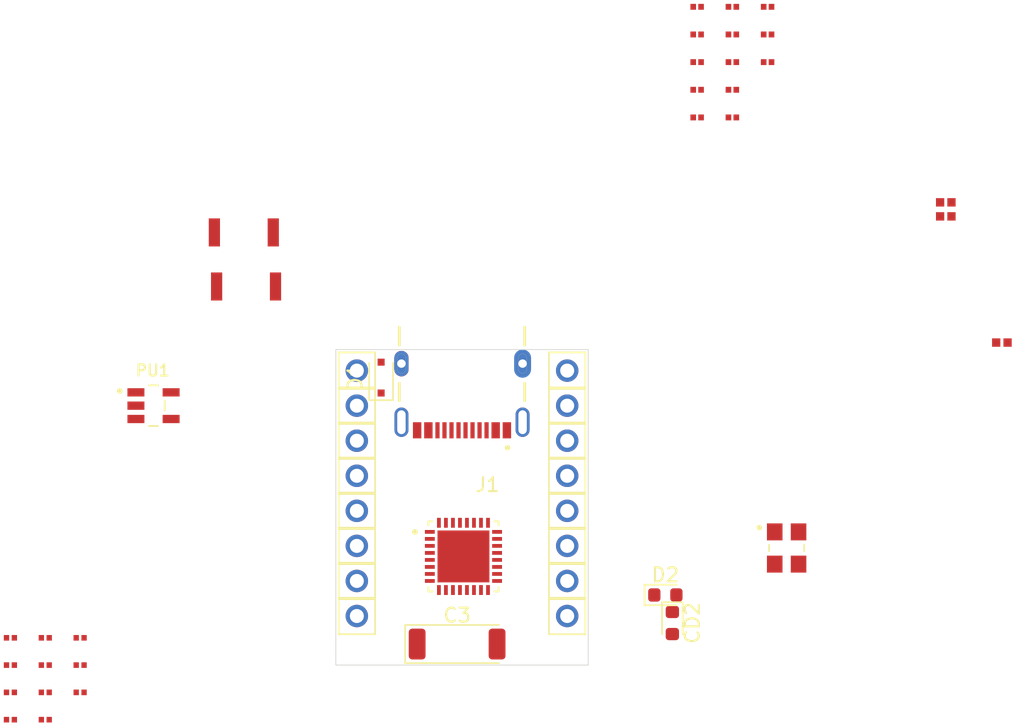
<source format=kicad_pcb>
(kicad_pcb (version 20240108) (generator "pcbnew") (generator_version "8.0")
  (layers (0 "F.Cu" signal) (31 "B.Cu" signal) (34 "B.Paste" user) (35 "F.Paste" user) (36 "B.SilkS" user "B.Silkscreen") (37 "F.SilkS" user "F.Silkscreen") (38 "B.Mask" user) (39 "F.Mask" user) (44 "Edge.Cuts" user))
  (net 0 "")
  (net 1 "GND")
  (net 2 "Net-(CD2-A)")
  (net 3 "+3.3V")
  (net 5 "GPIO5{slash}ADC2{slash}SDA")
  (net 6 "/SPIQ")
  (net 7 "/GPIO13")
  (net 8 "/SPID")
  (net 9 "Net-(U1-LNA_IN)")
  (net 10 "/GPIO12")
  (net 11 "/SPICSO")
  (net 12 "/SPCILK")
  (net 15 "XTAL_P")
  (net 16 "XTAL_N")
  (net 17 "GPIO8{slash}PWM")
  (net 18 "VBUS")
  (net 19 "VSYS")
  (net 20 "GPIO7")
  (net 21 "GPIO9{slash}BOOT")
  (net 22 "GPIO6")
  (net 23 "GPIO10")
  (net 24 "GPIO21")
  (net 25 "GPIO20")
  (net 26 "GPIO1{slash}U1RXD")
  (net 27 "GPIO0{slash}U1TXD")
  (net 28 "GPIO4{slash}ADC1{slash}SDA")
  (net 29 "GPIO2")
  (net 30 "GPIO3")
  (net 31 "Net-(J1-D--PadA7)")
  (net 32 "Net-(J1-D+-PadA6)")
  (net 33 "GPIO9")
  (net 34 "CHIP EN")
  (net 35 "VDD SPI{slash}GPIO11")
  (net 36 "USBD_P")
  (net 37 "USBD_N")
  (net 38 "CC1")
  (net 39 "CC2")
  (net 40 "Net-(C3-A)")
  (net 41 "GPIO5{slash}ADC2{slash}SCL")
  (net 42 "Net-(D2-A)")
  (footprint "GRM033R61E431KA01D:CAPC0603X33N" (layer "F.Cu") (at 196.518 42.478)
    (property "Reference" "C2" (hide yes))
    (property "Value" "C" (hide yes))
    (pad "1" smd rect (at -0.28 0) (size 0.4 0.42) (layers "F.Cu" "F.Paste" "F.Mask") (net 16 "XTAL_N"))
    (pad "2" smd rect (at 0.28 0) (size 0.4 0.42) (layers "F.Cu" "F.Paste" "F.Mask") (net 1 "GND"))
  )
  (footprint "Connector_Pin:Pin_D1.1mm_L8.5mm_W2.5mm_FlatFork" (layer "F.Cu") (at 187.25 81.45)
    (property "Reference" "H2" (hide yes))
    (property "Value" "2" (hide yes))
    (pad "1" thru_hole circle (at 0 0) (size 1.6 1.6) (drill 1) (layers "*.Cu" "*.Mask") (net 26 "GPIO1{slash}U1RXD"))
  )
  (footprint "RC0201FR-0768KL:RESC0603X26N" (layer "F.Cu") (at 147.545 87.45)
    (property "Reference" "UR2" (hide yes))
    (property "Value" "R" (hide yes))
    (pad "1" smd rect (at -0.281 0) (size 0.38 0.4) (layers "F.Cu" "F.Paste" "F.Mask") (net 31 "Net-(J1-D--PadA7)"))
    (pad "2" smd rect (at 0.281 0) (size 0.38 0.4) (layers "F.Cu" "F.Paste" "F.Mask") (net 37 "USBD_N"))
  )
  (footprint "C0402C152J5GACTU:CAPC1005X55N" (layer "F.Cu") (at 218.25 64.45)
    (property "Reference" "PC1" (hide yes))
    (property "Value" "C" (hide yes))
    (pad "1" smd rect (at -0.405 0) (size 0.59 0.6) (layers "F.Cu" "F.Paste" "F.Mask") (net 19 "VSYS"))
    (pad "2" smd rect (at 0.405 0) (size 0.59 0.6) (layers "F.Cu" "F.Paste" "F.Mask") (net 1 "GND"))
  )
  (footprint "Connector_Pin:Pin_D1.1mm_L8.5mm_W2.5mm_FlatFork" (layer "F.Cu") (at 187.25 76.45)
    (property "Reference" "H4" (hide yes))
    (property "Value" "4" (hide yes))
    (pad "1" thru_hole circle (at 0 0) (size 1.6 1.6) (drill 1) (layers "*.Cu" "*.Mask") (net 30 "GPIO3"))
  )
  (footprint "RC0201FR-0768KL:RESC0603X26N" (layer "F.Cu") (at 150.031 91.342)
    (property "Reference" "UR8" (hide yes))
    (property "Value" "R" (hide yes))
    (pad "1" smd rect (at -0.281 0) (size 0.38 0.4) (layers "F.Cu" "F.Paste" "F.Mask") (net 3 "+3.3V"))
    (pad "2" smd rect (at 0.281 0) (size 0.38 0.4) (layers "F.Cu" "F.Paste" "F.Mask") (net 2 "Net-(CD2-A)"))
  )
  (footprint "GRM033R61E431KA01D:CAPC0603X33N" (layer "F.Cu") (at 196.518 40.506)
    (property "Reference" "C1" (hide yes))
    (property "Value" "C" (hide yes))
    (pad "1" smd rect (at -0.28 0) (size 0.4 0.42) (layers "F.Cu" "F.Paste" "F.Mask") (net 15 "XTAL_P"))
    (pad "2" smd rect (at 0.28 0) (size 0.4 0.42) (layers "F.Cu" "F.Paste" "F.Mask") (net 1 "GND"))
  )
  (footprint "RC0201FR-0768KL:RESC0603X26N" (layer "F.Cu") (at 147.545 85.504)
    (property "Reference" "UR1" (hide yes))
    (property "Value" "R" (hide yes))
    (pad "1" smd rect (at -0.281 0) (size 0.38 0.4) (layers "F.Cu" "F.Paste" "F.Mask") (net 38 "CC1"))
    (pad "2" smd rect (at 0.281 0) (size 0.38 0.4) (layers "F.Cu" "F.Paste" "F.Mask") (net 1 "GND"))
  )
  (footprint "RC0201FR-0768KL:RESC0603X26N" (layer "F.Cu") (at 147.545 89.396)
    (property "Reference" "UR3" (hide yes))
    (property "Value" "R" (hide yes))
    (pad "1" smd rect (at -0.281 0) (size 0.38 0.4) (layers "F.Cu" "F.Paste" "F.Mask") (net 32 "Net-(J1-D+-PadA6)"))
    (pad "2" smd rect (at 0.281 0) (size 0.38 0.4) (layers "F.Cu" "F.Paste" "F.Mask") (net 36 "USBD_P"))
  )
  (footprint "GRM033R61E431KA01D:CAPC0603X33N" (layer "F.Cu") (at 199.03 46.422)
    (property "Reference" "UC9" (hide yes))
    (property "Value" "C" (hide yes))
    (pad "1" smd rect (at -0.28 0) (size 0.4 0.42) (layers "F.Cu" "F.Paste" "F.Mask") (net 9 "Net-(U1-LNA_IN)"))
    (pad "2" smd rect (at 0.28 0) (size 0.4 0.42) (layers "F.Cu" "F.Paste" "F.Mask") (net 1 "GND"))
  )
  (footprint "Connector_Pin:Pin_D1.1mm_L8.5mm_W2.5mm_FlatFork" (layer "F.Cu") (at 187.25 71.45)
    (property "Reference" "H6" (hide yes))
    (property "Value" "6" (hide yes))
    (pad "1" thru_hole circle (at 0 0) (size 1.6 1.6) (drill 1) (layers "*.Cu" "*.Mask") (net 3 "+3.3V"))
  )
  (footprint "Connector_Pin:Pin_D1.1mm_L8.5mm_W2.5mm_FlatFork" (layer "F.Cu") (at 172.25 71.45)
    (property "Reference" "H15" (hide yes))
    (property "Value" "3" (hide yes))
    (pad "1" thru_hole circle (at 0 0) (size 1.6 1.6) (drill 1) (layers "*.Cu" "*.Mask") (net 20 "GPIO7"))
  )
  (footprint "GRM033R61E431KA01D:CAPC0603X33N" (layer "F.Cu") (at 196.518 46.422)
    (property "Reference" "UC2" (hide yes))
    (property "Value" "C" (hide yes))
    (pad "1" smd rect (at -0.28 0) (size 0.4 0.42) (layers "F.Cu" "F.Paste" "F.Mask") (net 1 "GND"))
    (pad "2" smd rect (at 0.28 0) (size 0.4 0.42) (layers "F.Cu" "F.Paste" "F.Mask") (net 3 "+3.3V"))
  )
  (footprint "RC0201FR-0768KL:RESC0603X26N" (layer "F.Cu") (at 150.031 87.45)
    (property "Reference" "UR6" (hide yes))
    (property "Value" "10" (hide yes))
    (pad "1" smd rect (at -0.281 0) (size 0.38 0.4) (layers "F.Cu" "F.Paste" "F.Mask") (net 3 "+3.3V"))
    (pad "2" smd rect (at 0.281 0) (size 0.38 0.4) (layers "F.Cu" "F.Paste" "F.Mask") (net 33 "GPIO9"))
  )
  (footprint "GRM033R61E431KA01D:CAPC0603X33N" (layer "F.Cu") (at 201.542 40.506)
    (property "Reference" "UC11" (hide yes))
    (property "Value" "C" (hide yes))
    (pad "1" smd rect (at -0.28 0) (size 0.4 0.42) (layers "F.Cu" "F.Paste" "F.Mask") (net 35 "VDD SPI{slash}GPIO11"))
    (pad "2" smd rect (at 0.28 0) (size 0.4 0.42) (layers "F.Cu" "F.Paste" "F.Mask") (net 1 "GND"))
  )
  (footprint "GRM033R61E431KA01D:CAPC0603X33N" (layer "F.Cu") (at 199.03 44.45)
    (property "Reference" "UC8" (hide yes))
    (property "Value" "C" (hide yes))
    (pad "1" smd rect (at -0.28 0) (size 0.4 0.42) (layers "F.Cu" "F.Paste" "F.Mask") (net 40 "Net-(C3-A)"))
    (pad "2" smd rect (at 0.28 0) (size 0.4 0.42) (layers "F.Cu" "F.Paste" "F.Mask") (net 1 "GND"))
  )
  (footprint "Connector_Pin:Pin_D1.1mm_L8.5mm_W2.5mm_FlatFork" (layer "F.Cu") (at 172.25 76.45)
    (property "Reference" "H14" (hide yes))
    (property "Value" "5" (hide yes))
    (pad "1" thru_hole circle (at 0 0) (size 1.6 1.6) (drill 1) (layers "*.Cu" "*.Mask") (net 21 "GPIO9{slash}BOOT"))
  )
  (footprint "RC0201FR-0768KL:RESC0603X26N" (layer "F.Cu") (at 150.031 85.504)
    (property "Reference" "UR5" (hide yes))
    (property "Value" "R" (hide yes))
    (pad "1" smd rect (at -0.281 0) (size 0.38 0.4) (layers "F.Cu" "F.Paste" "F.Mask") (net 3 "+3.3V"))
    (pad "2" smd rect (at 0.281 0) (size 0.38 0.4) (layers "F.Cu" "F.Paste" "F.Mask") (net 34 "CHIP EN"))
  )
  (footprint "GRM033R61E431KA01D:CAPC0603X33N" (layer "F.Cu") (at 201.542 42.478)
    (property "Reference" "UC12" (hide yes))
    (property "Value" "C" (hide yes))
    (pad "1" smd rect (at -0.28 0) (size 0.4 0.42) (layers "F.Cu" "F.Paste" "F.Mask") (net 3 "+3.3V"))
    (pad "2" smd rect (at 0.28 0) (size 0.4 0.42) (layers "F.Cu" "F.Paste" "F.Mask") (net 1 "GND"))
  )
  (footprint "RC0201FR-0768KL:RESC0603X26N" (layer "F.Cu") (at 147.545 91.342)
    (property "Reference" "UR4" (hide yes))
    (property "Value" "R" (hide yes))
    (pad "1" smd rect (at -0.281 0) (size 0.38 0.4) (layers "F.Cu" "F.Paste" "F.Mask") (net 39 "CC2"))
    (pad "2" smd rect (at 0.281 0) (size 0.38 0.4) (layers "F.Cu" "F.Paste" "F.Mask") (net 1 "GND"))
  )
  (footprint "ESP32C3:QFN32_5X5MM" (layer "F.Cu") (at 179.8525 79.7)
    (property "Reference" "U1" (hide yes))
    (property "Value" "ESP32-C3")
    (pad "1" smd rect (at -2.3975 -1.75) (size 0.705 0.27) (layers "F.Cu" "F.Paste" "F.Mask") (net 9 "Net-(U1-LNA_IN)"))
    (pad "2" smd rect (at -2.3975 -1.25) (size 0.705 0.27) (layers "F.Cu" "F.Paste" "F.Mask") (net 3 "+3.3V"))
    (pad "3" smd rect (at -2.3975 -0.75) (size 0.705 0.27) (layers "F.Cu" "F.Paste" "F.Mask") (net 3 "+3.3V"))
    (pad "4" smd rect (at -2.3975 -0.25) (size 0.705 0.27) (layers "F.Cu" "F.Paste" "F.Mask") (net 27 "GPIO0{slash}U1TXD"))
    (pad "5" smd rect (at -2.3975 0.25) (size 0.705 0.27) (layers "F.Cu" "F.Paste" "F.Mask") (net 26 "GPIO1{slash}U1RXD"))
    (pad "6" smd rect (at -2.3975 0.75) (size 0.705 0.27) (layers "F.Cu" "F.Paste" "F.Mask") (net 29 "GPIO2"))
    (pad "7" smd rect (at -2.3975 1.25) (size 0.705 0.27) (layers "F.Cu" "F.Paste" "F.Mask") (net 34 "CHIP EN"))
    (pad "8" smd rect (at -2.3975 1.75) (size 0.705 0.27) (layers "F.Cu" "F.Paste" "F.Mask") (net 30 "GPIO3"))
    (pad "9" smd rect (at -1.75 2.3975) (size 0.27 0.705) (layers "F.Cu" "F.Paste" "F.Mask") (net 28 "GPIO4{slash}ADC1{slash}SDA"))
    (pad "10" smd rect (at -1.25 2.3975) (size 0.27 0.705) (layers "F.Cu" "F.Paste" "F.Mask") (net 5 "GPIO5{slash}ADC2{slash}SDA"))
    (pad "11" smd rect (at -0.75 2.3975) (size 0.27 0.705) (layers "F.Cu" "F.Paste" "F.Mask") (net 3 "+3.3V"))
    (pad "12" smd rect (at -0.25 2.3975) (size 0.27 0.705) (layers "F.Cu" "F.Paste" "F.Mask") (net 22 "GPIO6"))
    (pad "13" smd rect (at 0.25 2.3975) (size 0.27 0.705) (layers "F.Cu" "F.Paste" "F.Mask") (net 20 "GPIO7"))
    (pad "14" smd rect (at 0.75 2.3975) (size 0.27 0.705) (layers "F.Cu" "F.Paste" "F.Mask") (net 17 "GPIO8{slash}PWM"))
    (pad "15" smd rect (at 1.25 2.3975) (size 0.27 0.705) (layers "F.Cu" "F.Paste" "F.Mask") (net 21 "GPIO9{slash}BOOT"))
    (pad "16" smd rect (at 1.75 2.3975) (size 0.27 0.705) (layers "F.Cu" "F.Paste" "F.Mask") (net 23 "GPIO10"))
    (pad "17" smd rect (at 2.3975 1.75) (size 0.705 0.27) (layers "F.Cu" "F.Paste" "F.Mask") (net 3 "+3.3V"))
    (pad "18" smd rect (at 2.3975 1.25) (size 0.705 0.27) (layers "F.Cu" "F.Paste" "F.Mask") (net 35 "VDD SPI{slash}GPIO11"))
    (pad "19" smd rect (at 2.3975 0.75) (size 0.705 0.27) (layers "F.Cu" "F.Paste" "F.Mask") (net 10 "/GPIO12"))
    (pad "20" smd rect (at 2.3975 0.25) (size 0.705 0.27) (layers "F.Cu" "F.Paste" "F.Mask") (net 7 "/GPIO13"))
    (pad "21" smd rect (at 2.3975 -0.25) (size 0.705 0.27) (layers "F.Cu" "F.Paste" "F.Mask") (net 11 "/SPICSO"))
    (pad "22" smd rect (at 2.3975 -0.75) (size 0.705 0.27) (layers "F.Cu" "F.Paste" "F.Mask") (net 12 "/SPCILK"))
    (pad "23" smd rect (at 2.3975 -1.25) (size 0.705 0.27) (layers "F.Cu" "F.Paste" "F.Mask") (net 8 "/SPID"))
    (pad "24" smd rect (at 2.3975 -1.75) (size 0.705 0.27) (layers "F.Cu" "F.Paste" "F.Mask") (net 6 "/SPIQ"))
    (pad "25" smd rect (at 1.75 -2.3975) (size 0.27 0.705) (layers "F.Cu" "F.Paste" "F.Mask") (net 37 "USBD_N"))
    (pad "26" smd rect (at 1.25 -2.3975) (size 0.27 0.705) (layers "F.Cu" "F.Paste" "F.Mask") (net 36 "USBD_P"))
    (pad "27" smd rect (at 0.75 -2.3975) (size 0.27 0.705) (layers "F.Cu" "F.Paste" "F.Mask") (net 25 "GPIO20"))
    (pad "28" smd rect (at 0.25 -2.3975) (size 0.27 0.705) (layers "F.Cu" "F.Paste" "F.Mask") (net 24 "GPIO21"))
    (pad "29" smd rect (at -0.25 -2.3975) (size 0.27 0.705) (layers "F.Cu" "F.Paste" "F.Mask") (net 16 "XTAL_N"))
    (pad "30" smd rect (at -0.75 -2.3975) (size 0.27 0.705) (layers "F.Cu" "F.Paste" "F.Mask") (net 15 "XTAL_P"))
    (pad "31" smd rect (at -1.25 -2.3975) (size 0.27 0.705) (layers "F.Cu" "F.Paste" "F.Mask") (net 3 "+3.3V"))
    (pad "32" smd rect (at -1.75 -2.3975) (size 0.27 0.705) (layers "F.Cu" "F.Paste" "F.Mask") (net 3 "+3.3V"))
    (pad "33" smd rect (at 0 0) (size 3.7 3.7) (layers "F.Cu" "F.Mask") (net 1 "GND"))
  )
  (footprint "Connector_Pin:Pin_D1.1mm_L8.5mm_W2.5mm_FlatFork" (layer "F.Cu") (at 187.25 66.45)
    (property "Reference" "H8" (hide yes))
    (property "Value" "8" (hide yes))
    (pad "1" thru_hole circle (at 0 0) (size 1.6 1.6) (drill 1) (layers "*.Cu" "*.Mask") (net 18 "VBUS"))
  )
  (footprint "Connector_Pin:Pin_D1.1mm_L8.5mm_W2.5mm_FlatFork" (layer "F.Cu") (at 172.25 73.95)
    (property "Reference" "H11" (hide yes))
    (property "Value" "4" (hide yes))
    (pad "1" thru_hole circle (at 0 0) (size 1.6 1.6) (drill 1) (layers "*.Cu" "*.Mask") (net 17 "GPIO8{slash}PWM"))
  )
  (footprint "RF_Antenna:Johanson_2450AT43F0100" (layer "F.Cu") (at 179.4 85.95)
    (property "Reference" "C3" (at 0 -2.05 0) (layer "F.SilkS"))
    (property "Value" "Antenna")
    (pad "1" smd roundrect (at -2.85 0) (size 1.2 2.2) (layers "F.Cu" "F.Paste" "F.Mask") (roundrect_rratio 0.208333) (net 40 "Net-(C3-A)"))
    (pad "2" smd roundrect (at 2.85 0) (size 1.2 2.2) (layers "F.Cu" "F.Paste" "F.Mask") (roundrect_rratio 0.208333))
  )
  (footprint "RC0201FR-0768KL:RESC0603X26N" (layer "F.Cu") (at 152.517 89.396)
    (property "Reference" "UR15" (hide yes))
    (property "Value" "R" (hide yes))
    (pad "1" smd rect (at -0.281 0) (size 0.38 0.4) (layers "F.Cu" "F.Paste" "F.Mask") (net 3 "+3.3V"))
    (pad "2" smd rect (at 0.281 0) (size 0.38 0.4) (layers "F.Cu" "F.Paste" "F.Mask") (net 29 "GPIO2"))
  )
  (footprint "Connector_Pin:Pin_D1.1mm_L8.5mm_W2.5mm_FlatFork" (layer "F.Cu") (at 187.25 78.95)
    (property "Reference" "H3" (hide yes))
    (property "Value" "3" (hide yes))
    (pad "1" thru_hole circle (at 0 0) (size 1.6 1.6) (drill 1) (layers "*.Cu" "*.Mask") (net 29 "GPIO2"))
  )
  (footprint "Connector_Pin:Pin_D1.1mm_L8.5mm_W2.5mm_FlatFork" (layer "F.Cu") (at 187.25 83.95)
    (property "Reference" "H1" (hide yes))
    (property "Value" "1" (hide yes))
    (pad "1" thru_hole circle (at 0 0) (size 1.6 1.6) (drill 1) (layers "*.Cu" "*.Mask") (net 27 "GPIO0{slash}U1TXD"))
  )
  (footprint "GRM033R61E431KA01D:CAPC0603X33N" (layer "F.Cu") (at 196.518 44.45)
    (property "Reference" "UC1" (hide yes))
    (property "Value" "C" (hide yes))
    (pad "1" smd rect (at -0.28 0) (size 0.4 0.42) (layers "F.Cu" "F.Paste" "F.Mask") (net 1 "GND"))
    (pad "2" smd rect (at 0.28 0) (size 0.4 0.42) (layers "F.Cu" "F.Paste" "F.Mask") (net 3 "+3.3V"))
  )
  (footprint "GRM033R61E431KA01D:CAPC0603X33N" (layer "F.Cu") (at 201.542 44.45)
    (property "Reference" "UC13" (hide yes))
    (property "Value" "C" (hide yes))
    (pad "1" smd rect (at -0.28 0) (size 0.4 0.42) (layers "F.Cu" "F.Paste" "F.Mask") (net 1 "GND"))
    (pad "2" smd rect (at 0.28 0) (size 0.4 0.42) (layers "F.Cu" "F.Paste" "F.Mask") (net 3 "+3.3V"))
  )
  (footprint "GRM033R61E431KA01D:CAPC0603X33N" (layer "F.Cu") (at 199.03 42.478)
    (property "Reference" "UC7" (hide yes))
    (property "Value" "C" (hide yes))
    (pad "1" smd rect (at -0.28 0) (size 0.4 0.42) (layers "F.Cu" "F.Paste" "F.Mask") (net 34 "CHIP EN"))
    (pad "2" smd rect (at 0.28 0) (size 0.4 0.42) (layers "F.Cu" "F.Paste" "F.Mask") (net 1 "GND"))
  )
  (footprint "USB4105GFA:GCT_USB4105GFA" (layer "F.Cu") (at 179.75 65.95 180)
    (property "Reference" "J1" (at -1.825 -8.635 0) (layer "F.SilkS"))
    (property "Value" "USB_C_Receptacle_USB2.0_16P")
    (fp_poly (pts (xy 3.819543 -0.001816) (xy 3.819543 -0.401816) (xy 3.820543 -0.427816) (xy 3.822543 -0.453816) (xy 3.825543 -0.479816) (xy 3.830543 -0.505816) (xy 3.836543 -0.530816) (xy 3.843543 -0.556816) (xy 3.852543 -0.580816) (xy 3.862543 -0.604816) (xy 3.873543 -0.628816) (xy 3.886543 -0.651816) (xy 3.900543 -0.673816) (xy 3.914543 -0.695816) (xy 3.930543 -0.716816) (xy 3.947543 -0.736816) (xy 3.965543 -0.755816) (xy 3.984543 -0.773816) (xy 4.004543 -0.790816) (xy 4.025543 -0.806816) (xy 4.047543 -0.820816) (xy 4.069543 -0.834816) (xy 4.092543 -0.847816) (xy 4.116543 -0.858816) (xy 4.140543 -0.868816) (xy 4.164543 -0.877816) (xy 4.190543 -0.884816) (xy 4.215543 -0.890816) (xy 4.241543 -0.895816) (xy 4.267543 -0.898816) (xy 4.293543 -0.900816) (xy 4.319543 -0.901816) (xy 4.345543 -0.900816) (xy 4.371543 -0.898816) (xy 4.397543 -0.895816) (xy 4.423543 -0.890816) (xy 4.448543 -0.884816) (xy 4.474543 -0.877816) (xy 4.498543 -0.868816) (xy 4.522543 -0.858816) (xy 4.546543 -0.847816) (xy 4.569543 -0.834816) (xy 4.591543 -0.820816) (xy 4.613543 -0.806816) (xy 4.634543 -0.790816) (xy 4.654543 -0.773816) (xy 4.673543 -0.755816) (xy 4.691543 -0.736816) (xy 4.708543 -0.716816) (xy 4.724543 -0.695816) (xy 4.738543 -0.673816) (xy 4.752543 -0.651816) (xy 4.765543 -0.628816) (xy 4.776543 -0.604816) (xy 4.786543 -0.580816) (xy 4.795543 -0.556816) (xy 4.802543 -0.530816) (xy 4.808543 -0.505816) (xy 4.813543 -0.479816) (xy 4.816543 -0.453816) (xy 4.818543 -0.427816) (xy 4.819543 -0.401816) (xy 4.819543 -0.001816) (xy 4.819543 0.398184) (xy 4.818543 0.424184) (xy 4.816543 0.450184) (xy 4.813543 0.476184) (xy 4.808543 0.502184) (xy 4.802543 0.527184) (xy 4.795543 0.553184) (xy 4.786543 0.577184) (xy 4.776543 0.601184) (xy 4.765543 0.625184) (xy 4.752543 0.648184) (xy 4.738543 0.670184) (xy 4.724543 0.692184) (xy 4.708543 0.713184) (xy 4.691543 0.733184) (xy 4.673543 0.752184) (xy 4.654543 0.770184) (xy 4.634543 0.787184) (xy 4.613543 0.803184) (xy 4.591543 0.817184) (xy 4.569543 0.831184) (xy 4.546543 0.844184) (xy 4.522543 0.855184) (xy 4.498543 0.865184) (xy 4.474543 0.874184) (xy 4.448543 0.881184) (xy 4.423543 0.887184) (xy 4.397543 0.892184) (xy 4.371543 0.895184) (xy 4.345543 0.897184) (xy 4.319543 0.898184) (xy 4.293543 0.897184) (xy 4.267543 0.895184) (xy 4.241543 0.892184) (xy 4.215543 0.887184) (xy 4.190543 0.881184) (xy 4.164543 0.874184) (xy 4.140543 0.865184) (xy 4.116543 0.855184) (xy 4.092543 0.844184) (xy 4.069543 0.831184) (xy 4.047543 0.817184) (xy 4.025543 0.803184) (xy 4.004543 0.787184) (xy 3.984543 0.770184) (xy 3.965543 0.752184) (xy 3.947543 0.733184) (xy 3.930543 0.713184) (xy 3.914543 0.692184) (xy 3.900543 0.670184) (xy 3.886543 0.648184) (xy 3.873543 0.625184) (xy 3.862543 0.601184) (xy 3.852543 0.577184) (xy 3.843543 0.553184) (xy 3.836543 0.527184) (xy 3.830543 0.502184) (xy 3.825543 0.476184) (xy 3.822543 0.450184) (xy 3.820543 0.424184) (xy 3.819543 0.398184) (xy 3.819543 -0.001816)) (stroke (width 0.01)) (fill solid) (layer "F.Cu"))
    (fp_poly (pts (xy 3.816113 -0.00314) (xy 3.816113 -0.40314) (xy 3.817113 -0.42914) (xy 3.819113 -0.45514) (xy 3.822113 -0.48114) (xy 3.827113 -0.50714) (xy 3.833113 -0.53214) (xy 3.840113 -0.55814) (xy 3.849113 -0.58214) (xy 3.859113 -0.60614) (xy 3.870113 -0.63014) (xy 3.883113 -0.65314) (xy 3.897113 -0.67514) (xy 3.911113 -0.69714) (xy 3.927113 -0.71814) (xy 3.944113 -0.73814) (xy 3.962113 -0.75714) (xy 3.981113 -0.77514) (xy 4.001113 -0.79214) (xy 4.022113 -0.80814) (xy 4.044113 -0.82214) (xy 4.066113 -0.83614) (xy 4.089113 -0.84914) (xy 4.113113 -0.86014) (xy 4.137113 -0.87014) (xy 4.161113 -0.87914) (xy 4.187113 -0.88614) (xy 4.212113 -0.89214) (xy 4.238113 -0.89714) (xy 4.264113 -0.90014) (xy 4.290113 -0.90214) (xy 4.316113 -0.90314) (xy 4.342113 -0.90214) (xy 4.368113 -0.90014) (xy 4.394113 -0.89714) (xy 4.420113 -0.89214) (xy 4.445113 -0.88614) (xy 4.471113 -0.87914) (xy 4.495113 -0.87014) (xy 4.519113 -0.86014) (xy 4.543113 -0.84914) (xy 4.566113 -0.83614) (xy 4.588113 -0.82214) (xy 4.610113 -0.80814) (xy 4.631113 -0.79214) (xy 4.651113 -0.77514) (xy 4.670113 -0.75714) (xy 4.688113 -0.73814) (xy 4.705113 -0.71814) (xy 4.721113 -0.69714) (xy 4.735113 -0.67514) (xy 4.749113 -0.65314) (xy 4.762113 -0.63014) (xy 4.773113 -0.60614) (xy 4.783113 -0.58214) (xy 4.792113 -0.55814) (xy 4.799113 -0.53214) (xy 4.805113 -0.50714) (xy 4.810113 -0.48114) (xy 4.813113 -0.45514) (xy 4.815113 -0.42914) (xy 4.816113 -0.40314) (xy 4.816113 -0.00314) (xy 4.816113 0.39686) (xy 4.815113 0.42286) (xy 4.813113 0.44886) (xy 4.810113 0.47486) (xy 4.805113 0.50086) (xy 4.799113 0.52586) (xy 4.792113 0.55186) (xy 4.783113 0.57586) (xy 4.773113 0.59986) (xy 4.762113 0.62386) (xy 4.749113 0.64686) (xy 4.735113 0.66886) (xy 4.721113 0.69086) (xy 4.705113 0.71186) (xy 4.688113 0.73186) (xy 4.670113 0.75086) (xy 4.651113 0.76886) (xy 4.631113 0.78586) (xy 4.610113 0.80186) (xy 4.588113 0.81586) (xy 4.566113 0.82986) (xy 4.543113 0.84286) (xy 4.519113 0.85386) (xy 4.495113 0.86386) (xy 4.471113 0.87286) (xy 4.445113 0.87986) (xy 4.420113 0.88586) (xy 4.394113 0.89086) (xy 4.368113 0.89386) (xy 4.342113 0.89586) (xy 4.316113 0.89686) (xy 4.290113 0.89586) (xy 4.264113 0.89386) (xy 4.238113 0.89086) (xy 4.212113 0.88586) (xy 4.187113 0.87986) (xy 4.161113 0.87286) (xy 4.137113 0.86386) (xy 4.113113 0.85386) (xy 4.089113 0.84286) (xy 4.066113 0.82986) (xy 4.044113 0.81586) (xy 4.022113 0.80186) (xy 4.001113 0.78586) (xy 3.981113 0.76886) (xy 3.962113 0.75086) (xy 3.944113 0.73186) (xy 3.927113 0.71186) (xy 3.911113 0.69086) (xy 3.897113 0.66886) (xy 3.883113 0.64686) (xy 3.870113 0.62386) (xy 3.859113 0.59986) (xy 3.849113 0.57586) (xy 3.840113 0.55186) (xy 3.833113 0.52586) (xy 3.827113 0.50086) (xy 3.822113 0.47486) (xy 3.819113 0.44886) (xy 3.817113 0.42286) (xy 3.816113 0.39686) (xy 3.816113 -0.00314)) (stroke (width 0.01)) (fill solid) (layer "F.Cu"))
    (fp_poly (pts (xy -4.82 0) (xy -4.82 -0.4) (xy -4.819 -0.426) (xy -4.817 -0.452) (xy -4.814 -0.478) (xy -4.809 -0.504) (xy -4.803 -0.529) (xy -4.796 -0.555) (xy -4.787 -0.579) (xy -4.777 -0.603) (xy -4.766 -0.627) (xy -4.753 -0.65) (xy -4.739 -0.672) (xy -4.725 -0.694) (xy -4.709 -0.715) (xy -4.692 -0.735) (xy -4.674 -0.754) (xy -4.655 -0.772) (xy -4.635 -0.789) (xy -4.614 -0.805) (xy -4.592 -0.819) (xy -4.57 -0.833) (xy -4.547 -0.846) (xy -4.523 -0.857) (xy -4.499 -0.867) (xy -4.475 -0.876) (xy -4.449 -0.883) (xy -4.424 -0.889) (xy -4.398 -0.894) (xy -4.372 -0.897) (xy -4.346 -0.899) (xy -4.32 -0.9) (xy -4.294 -0.899) (xy -4.268 -0.897) (xy -4.242 -0.894) (xy -4.216 -0.889) (xy -4.191 -0.883) (xy -4.165 -0.876) (xy -4.141 -0.867) (xy -4.117 -0.857) (xy -4.093 -0.846) (xy -4.07 -0.833) (xy -4.048 -0.819) (xy -4.026 -0.805) (xy -4.005 -0.789) (xy -3.985 -0.772) (xy -3.966 -0.754) (xy -3.948 -0.735) (xy -3.931 -0.715) (xy -3.915 -0.694) (xy -3.901 -0.672) (xy -3.887 -0.65) (xy -3.874 -0.627) (xy -3.863 -0.603) (xy -3.853 -0.579) (xy -3.844 -0.555) (xy -3.837 -0.529) (xy -3.831 -0.504) (xy -3.826 -0.478) (xy -3.823 -0.452) (xy -3.821 -0.426) (xy -3.82 -0.4) (xy -3.82 0) (xy -3.82 0.4) (xy -3.821 0.426) (xy -3.823 0.452) (xy -3.826 0.478) (xy -3.831 0.504) (xy -3.837 0.529) (xy -3.844 0.555) (xy -3.853 0.579) (xy -3.863 0.603) (xy -3.874 0.627) (xy -3.887 0.65) (xy -3.901 0.672) (xy -3.915 0.694) (xy -3.931 0.715) (xy -3.948 0.735) (xy -3.966 0.754) (xy -3.985 0.772) (xy -4.005 0.789) (xy -4.026 0.805) (xy -4.048 0.819) (xy -4.07 0.833) (xy -4.093 0.846) (xy -4.117 0.857) (xy -4.141 0.867) (xy -4.165 0.876) (xy -4.191 0.883) (xy -4.216 0.889) (xy -4.242 0.894) (xy -4.268 0.897) (xy -4.294 0.899) (xy -4.32 0.9) (xy -4.346 0.899) (xy -4.372 0.897) (xy -4.398 0.894) (xy -4.424 0.889) (xy -4.449 0.883) (xy -4.475 0.876) (xy -4.499 0.867) (xy -4.523 0.857) (xy -4.547 0.846) (xy -4.57 0.833) (xy -4.592 0.819) (xy -4.614 0.805) (xy -4.635 0.789) (xy -4.655 0.772) (xy -4.674 0.754) (xy -4.692 0.735) (xy -4.709 0.715) (xy -4.725 0.694) (xy -4.739 0.672) (xy -4.753 0.65) (xy -4.766 0.627) (xy -4.777 0.603) (xy -4.787 0.579) (xy -4.796 0.555) (xy -4.803 0.529) (xy -4.809 0.504) (xy -4.814 0.478) (xy -4.817 0.452) (xy -4.819 0.426) (xy -4.82 0.4) (xy -4.82 0)) (stroke (width 0.01)) (fill solid) (layer "F.Cu"))
    (fp_poly (pts (xy 3.82 0) (xy 3.82 -0.4) (xy 3.821 -0.426) (xy 3.823 -0.452) (xy 3.826 -0.478) (xy 3.831 -0.504) (xy 3.837 -0.529) (xy 3.844 -0.555) (xy 3.853 -0.579) (xy 3.863 -0.603) (xy 3.874 -0.627) (xy 3.887 -0.65) (xy 3.901 -0.672) (xy 3.915 -0.694) (xy 3.931 -0.715) (xy 3.948 -0.735) (xy 3.966 -0.754) (xy 3.985 -0.772) (xy 4.005 -0.789) (xy 4.026 -0.805) (xy 4.048 -0.819) (xy 4.07 -0.833) (xy 4.093 -0.846) (xy 4.117 -0.857) (xy 4.141 -0.867) (xy 4.165 -0.876) (xy 4.191 -0.883) (xy 4.216 -0.889) (xy 4.242 -0.894) (xy 4.268 -0.897) (xy 4.294 -0.899) (xy 4.32 -0.9) (xy 4.346 -0.899) (xy 4.372 -0.897) (xy 4.398 -0.894) (xy 4.424 -0.889) (xy 4.449 -0.883) (xy 4.475 -0.876) (xy 4.499 -0.867) (xy 4.523 -0.857) (xy 4.547 -0.846) (xy 4.57 -0.833) (xy 4.592 -0.819) (xy 4.614 -0.805) (xy 4.635 -0.789) (xy 4.655 -0.772) (xy 4.674 -0.754) (xy 4.692 -0.735) (xy 4.709 -0.715) (xy 4.725 -0.694) (xy 4.739 -0.672) (xy 4.753 -0.65) (xy 4.766 -0.627) (xy 4.777 -0.603) (xy 4.787 -0.579) (xy 4.796 -0.555) (xy 4.803 -0.529) (xy 4.809 -0.504) (xy 4.814 -0.478) (xy 4.817 -0.452) (xy 4.819 -0.426) (xy 4.82 -0.4) (xy 4.82 0) (xy 4.82 0.4) (xy 4.819 0.426) (xy 4.817 0.452) (xy 4.814 0.478) (xy 4.809 0.504) (xy 4.803 0.529) (xy 4.796 0.555) (xy 4.787 0.579) (xy 4.777 0.603) (xy 4.766 0.627) (xy 4.753 0.65) (xy 4.739 0.672) (xy 4.725 0.694) (xy 4.709 0.715) (xy 4.692 0.735) (xy 4.674 0.754) (xy 4.655 0.772) (xy 4.635 0.789) (xy 4.614 0.805) (xy 4.592 0.819) (xy 4.57 0.833) (xy 4.547 0.846) (xy 4.523 0.857) (xy 4.499 0.867) (xy 4.475 0.876) (xy 4.449 0.883) (xy 4.424 0.889) (xy 4.398 0.894) (xy 4.372 0.897) (xy 4.346 0.899) (xy 4.32 0.9) (xy 4.294 0.899) (xy 4.268 0.897) (xy 4.242 0.894) (xy 4.216 0.889) (xy 4.191 0.883) (xy 4.165 0.876) (xy 4.141 0.867) (xy 4.117 0.857) (xy 4.093 0.846) (xy 4.07 0.833) (xy 4.048 0.819) (xy 4.026 0.805) (xy 4.005 0.789) (xy 3.985 0.772) (xy 3.966 0.754) (xy 3.948 0.735) (xy 3.931 0.715) (xy 3.915 0.694) (xy 3.901 0.672) (xy 3.887 0.65) (xy 3.874 0.627) (xy 3.863 0.603) (xy 3.853 0.579) (xy 3.844 0.555) (xy 3.837 0.529) (xy 3.831 0.504) (xy 3.826 0.478) (xy 3.823 0.452) (xy 3.821 0.426) (xy 3.82 0.4) (xy 3.82 0)) (stroke (width 0.01)) (fill solid) (layer "B.Cu"))
    (fp_poly (pts (xy -4.82 0) (xy -4.82 -0.4) (xy -4.819 -0.426) (xy -4.817 -0.452) (xy -4.814 -0.478) (xy -4.809 -0.504) (xy -4.803 -0.529) (xy -4.796 -0.555) (xy -4.787 -0.579) (xy -4.777 -0.603) (xy -4.766 -0.627) (xy -4.753 -0.65) (xy -4.739 -0.672) (xy -4.725 -0.694) (xy -4.709 -0.715) (xy -4.692 -0.735) (xy -4.674 -0.754) (xy -4.655 -0.772) (xy -4.635 -0.789) (xy -4.614 -0.805) (xy -4.592 -0.819) (xy -4.57 -0.833) (xy -4.547 -0.846) (xy -4.523 -0.857) (xy -4.499 -0.867) (xy -4.475 -0.876) (xy -4.449 -0.883) (xy -4.424 -0.889) (xy -4.398 -0.894) (xy -4.372 -0.897) (xy -4.346 -0.899) (xy -4.32 -0.9) (xy -4.294 -0.899) (xy -4.268 -0.897) (xy -4.242 -0.894) (xy -4.216 -0.889) (xy -4.191 -0.883) (xy -4.165 -0.876) (xy -4.141 -0.867) (xy -4.117 -0.857) (xy -4.093 -0.846) (xy -4.07 -0.833) (xy -4.048 -0.819) (xy -4.026 -0.805) (xy -4.005 -0.789) (xy -3.985 -0.772) (xy -3.966 -0.754) (xy -3.948 -0.735) (xy -3.931 -0.715) (xy -3.915 -0.694) (xy -3.901 -0.672) (xy -3.887 -0.65) (xy -3.874 -0.627) (xy -3.863 -0.603) (xy -3.853 -0.579) (xy -3.844 -0.555) (xy -3.837 -0.529) (xy -3.831 -0.504) (xy -3.826 -0.478) (xy -3.823 -0.452) (xy -3.821 -0.426) (xy -3.82 -0.4) (xy -3.82 0) (xy -3.82 0.4) (xy -3.821 0.426) (xy -3.823 0.452) (xy -3.826 0.478) (xy -3.831 0.504) (xy -3.837 0.529) (xy -3.844 0.555) (xy -3.853 0.579) (xy -3.863 0.603) (xy -3.874 0.627) (xy -3.887 0.65) (xy -3.901 0.672) (xy -3.915 0.694) (xy -3.931 0.715) (xy -3.948 0.735) (xy -3.966 0.754) (xy -3.985 0.772) (xy -4.005 0.789) (xy -4.026 0.805) (xy -4.048 0.819) (xy -4.07 0.833) (xy -4.093 0.846) (xy -4.117 0.857) (xy -4.141 0.867) (xy -4.165 0.876) (xy -4.191 0.883) (xy -4.216 0.889) (xy -4.242 0.894) (xy -4.268 0.897) (xy -4.294 0.899) (xy -4.32 0.9) (xy -4.346 0.899) (xy -4.372 0.897) (xy -4.398 0.894) (xy -4.424 0.889) (xy -4.449 0.883) (xy -4.475 0.876) (xy -4.499 0.867) (xy -4.523 0.857) (xy -4.547 0.846) (xy -4.57 0.833) (xy -4.592 0.819) (xy -4.614 0.805) (xy -4.635 0.789) (xy -4.655 0.772) (xy -4.674 0.754) (xy -4.692 0.735) (xy -4.709 0.715) (xy -4.725 0.694) (xy -4.739 0.672) (xy -4.753 0.65) (xy -4.766 0.627) (xy -4.777 0.603) (xy -4.787 0.579) (xy -4.796 0.555) (xy -4.803 0.529) (xy -4.809 0.504) (xy -4.814 0.478) (xy -4.817 0.452) (xy -4.819 0.426) (xy -4.82 0.4) (xy -4.82 0)) (stroke (width 0.01)) (fill solid) (layer "B.Cu"))
    (fp_poly (pts (xy -4.92 0) (xy -4.92 -0.4) (xy -4.919 -0.431) (xy -4.917 -0.463) (xy -4.913 -0.494) (xy -4.907 -0.525) (xy -4.9 -0.555) (xy -4.891 -0.585) (xy -4.88 -0.615) (xy -4.868 -0.644) (xy -4.855 -0.672) (xy -4.84 -0.7) (xy -4.823 -0.727) (xy -4.805 -0.753) (xy -4.786 -0.778) (xy -4.766 -0.801) (xy -4.744 -0.824) (xy -4.721 -0.846) (xy -4.698 -0.866) (xy -4.673 -0.885) (xy -4.647 -0.903) (xy -4.62 -0.92) (xy -4.592 -0.935) (xy -4.564 -0.948) (xy -4.535 -0.96) (xy -4.505 -0.971) (xy -4.475 -0.98) (xy -4.445 -0.987) (xy -4.414 -0.993) (xy -4.383 -0.997) (xy -4.351 -0.999) (xy -4.32 -1) (xy -4.289 -0.999) (xy -4.257 -0.997) (xy -4.226 -0.993) (xy -4.195 -0.987) (xy -4.165 -0.98) (xy -4.135 -0.971) (xy -4.105 -0.96) (xy -4.076 -0.948) (xy -4.048 -0.935) (xy -4.02 -0.92) (xy -3.993 -0.903) (xy -3.967 -0.885) (xy -3.942 -0.866) (xy -3.919 -0.846) (xy -3.896 -0.824) (xy -3.874 -0.801) (xy -3.854 -0.778) (xy -3.835 -0.753) (xy -3.817 -0.727) (xy -3.8 -0.7) (xy -3.785 -0.672) (xy -3.772 -0.644) (xy -3.76 -0.615) (xy -3.749 -0.585) (xy -3.74 -0.555) (xy -3.733 -0.525) (xy -3.727 -0.494) (xy -3.723 -0.463) (xy -3.721 -0.431) (xy -3.72 -0.4) (xy -3.72 0) (xy -3.72 0.4) (xy -3.721 0.431) (xy -3.723 0.463) (xy -3.727 0.494) (xy -3.733 0.525) (xy -3.74 0.555) (xy -3.749 0.585) (xy -3.76 0.615) (xy -3.772 0.644) (xy -3.785 0.672) (xy -3.8 0.7) (xy -3.817 0.727) (xy -3.835 0.753) (xy -3.854 0.778) (xy -3.874 0.801) (xy -3.896 0.824) (xy -3.919 0.846) (xy -3.942 0.866) (xy -3.967 0.885) (xy -3.993 0.903) (xy -4.02 0.92) (xy -4.048 0.935) (xy -4.076 0.948) (xy -4.105 0.96) (xy -4.135 0.971) (xy -4.165 0.98) (xy -4.195 0.987) (xy -4.226 0.993) (xy -4.257 0.997) (xy -4.289 0.999) (xy -4.32 1) (xy -4.351 0.999) (xy -4.383 0.997) (xy -4.414 0.993) (xy -4.445 0.987) (xy -4.475 0.98) (xy -4.505 0.971) (xy -4.535 0.96) (xy -4.564 0.948) (xy -4.592 0.935) (xy -4.62 0.92) (xy -4.647 0.903) (xy -4.673 0.885) (xy -4.698 0.866) (xy -4.721 0.846) (xy -4.744 0.824) (xy -4.766 0.801) (xy -4.786 0.778) (xy -4.805 0.753) (xy -4.823 0.727) (xy -4.84 0.7) (xy -4.855 0.672) (xy -4.868 0.644) (xy -4.88 0.615) (xy -4.891 0.585) (xy -4.9 0.555) (xy -4.907 0.525) (xy -4.913 0.494) (xy -4.917 0.463) (xy -4.919 0.431) (xy -4.92 0.4) (xy -4.92 0)) (stroke (width 0.01)) (fill solid) (layer "B.Cu"))
    (fp_line (start 4.62 -0.4) (end 4.62 0.4) (stroke (width 0.01)) (layer "Edge.Cuts"))
    (fp_line (start 4.02 0.4) (end 4.02 -0.4) (stroke (width 0.01)) (layer "Edge.Cuts"))
    (fp_line (start -4.02 -0.4) (end -4.02 0.4) (stroke (width 0.01)) (layer "Edge.Cuts"))
    (fp_line (start -4.62 0.4) (end -4.62 -0.4) (stroke (width 0.01)) (layer "Edge.Cuts"))
    (fp_arc (start 4.62 0.4) (mid 4.532132 0.612132) (end 4.32 0.7) (stroke (width 0.01)) (layer "Edge.Cuts"))
    (fp_arc (start 4.32 0.7) (mid 4.107868 0.612132) (end 4.02 0.4) (stroke (width 0.01)) (layer "Edge.Cuts"))
    (fp_arc (start 4.32 -0.7) (mid 4.532132 -0.612132) (end 4.62 -0.4) (stroke (width 0.01)) (layer "Edge.Cuts"))
    (fp_arc (start 4.02 -0.4) (mid 4.107868 -0.612132) (end 4.32 -0.7) (stroke (width 0.01)) (layer "Edge.Cuts"))
    (fp_arc (start -4.02 0.4) (mid -4.107868 0.612132) (end -4.32 0.7) (stroke (width 0.01)) (layer "Edge.Cuts"))
    (fp_arc (start -4.32 0.7) (mid -4.532132 0.612132) (end -4.62 0.4) (stroke (width 0.01)) (layer "Edge.Cuts"))
    (fp_arc (start -4.32 -0.7) (mid -4.107868 -0.612132) (end -4.02 -0.4) (stroke (width 0.01)) (layer "Edge.Cuts"))
    (fp_arc (start -4.62 -0.4) (mid -4.532132 -0.612132) (end -4.32 -0.7) (stroke (width 0.01)) (layer "Edge.Cuts"))
    (pad "" np_thru_hole circle (at -2.89 -3.68 180) (size 0.65 0.65) (drill 0.65) (layers "*.Cu" "*.Mask"))
    (pad "" np_thru_hole circle (at 2.89 -3.68 180) (size 0.65 0.65) (drill 0.65) (layers "*.Cu" "*.Mask"))
    (pad "A1_B12" smd rect (at -3.2 -4.755 180) (size 0.6 1.15) (layers "F.Cu" "F.Paste" "F.Mask"))
    (pad "A4_B9" smd rect (at -2.4 -4.755 180) (size 0.6 1.15) (layers "F.Cu" "F.Paste" "F.Mask"))
    (pad "A5" smd rect (at -1.25 -4.755 180) (size 0.3 1.15) (layers "F.Cu" "F.Paste" "F.Mask") (net 38 "CC1"))
    (pad "A6" smd rect (at -0.25 -4.755 180) (size 0.3 1.15) (layers "F.Cu" "F.Paste" "F.Mask") (net 32 "Net-(J1-D+-PadA6)"))
    (pad "A7" smd rect (at 0.25 -4.755 180) (size 0.3 1.15) (layers "F.Cu" "F.Paste" "F.Mask") (net 31 "Net-(J1-D--PadA7)"))
    (pad "A8" smd rect (at 1.25 -4.755 180) (size 0.3 1.15) (layers "F.Cu" "F.Paste" "F.Mask"))
    (pad "B1_A12" smd rect (at 3.2 -4.755 180) (size 0.6 1.15) (layers "F.Cu" "F.Paste" "F.Mask"))
    (pad "B4_A9" smd rect (at 2.4 -4.755 180) (size 0.6 1.15) (layers "F.Cu" "F.Paste" "F.Mask"))
    (pad "B5" smd rect (at 1.75 -4.755 180) (size 0.3 1.15) (layers "F.Cu" "F.Paste" "F.Mask") (net 39 "CC2"))
    (pad "B6" smd rect (at 0.75 -4.755 180) (size 0.3 1.15) (layers "F.Cu" "F.Paste" "F.Mask") (net 32 "Net-(J1-D+-PadA6)"))
    (pad "B7" smd rect (at -0.75 -4.755 180) (size 0.3 1.15) (layers "F.Cu" "F.Paste" "F.Mask") (net 31 "Net-(J1-D--PadA7)"))
    (pad "B8" smd rect (at -1.75 -4.755 180) (size 0.3 1.15) (layers "F.Cu" "F.Paste" "F.Mask"))
    (pad "SH1" thru_hole oval (at -4.32 -4.18 180) (size 1 2.1) (drill oval 0.6 1.7) (layers "*.Cu" "*.Mask"))
    (pad "SH2" thru_hole oval (at 4.32 -4.18 180) (size 1 2.1) (drill oval 0.6 1.7) (layers "*.Cu" "*.Mask"))
    (pad "SH3" thru_hole circle (at -4.32 0 180) (size 1 1) (drill 0.6) (layers "*.Cu"))
    (pad "SH4" thru_hole circle (at 4.32 0 180) (size 1 1) (drill 0.6) (layers "*.Cu"))
  )
  (footprint "Connector_Pin:Pin_D1.1mm_L8.5mm_W2.5mm_FlatFork" (layer "F.Cu") (at 172.25 66.45)
    (property "Reference" "H16" (hide yes))
    (property "Value" "1" (hide yes))
    (pad "1" thru_hole circle (at 0 0) (size 1.6 1.6) (drill 1) (layers "*.Cu" "*.Mask") (net 41 "GPIO5{slash}ADC2{slash}SCL"))
  )
  (footprint "GRM033R61E431KA01D:CAPC0603X33N" (layer "F.Cu") (at 196.518 48.394)
    (property "Reference" "UC5" (hide yes))
    (property "Value" "C" (hide yes))
    (pad "1" smd rect (at -0.28 0) (size 0.4 0.42) (layers "F.Cu" "F.Paste" "F.Mask") (net 3 "+3.3V"))
    (pad "2" smd rect (at 0.28 0) (size 0.4 0.42) (layers "F.Cu" "F.Paste" "F.Mask") (net 1 "GND"))
  )
  (footprint "Connector_Pin:Pin_D1.1mm_L8.5mm_W2.5mm_FlatFork" (layer "F.Cu") (at 172.25 83.95)
    (property "Reference" "H9" (hide yes))
    (property "Value" "8" (hide yes))
    (pad "1" thru_hole circle (at 0 0) (size 1.6 1.6) (drill 1) (layers "*.Cu" "*.Mask") (net 24 "GPIO21"))
  )
  (footprint "RC0201FR-0768KL:RESC0603X26N" (layer "F.Cu") (at 150.031 89.396)
    (property "Reference" "UR7" (hide yes))
    (property "Value" "R" (hide yes))
    (pad "1" smd rect (at -0.281 0) (size 0.38 0.4) (layers "F.Cu" "F.Paste" "F.Mask") (net 19 "VSYS"))
    (pad "2" smd rect (at 0.281 0) (size 0.38 0.4) (layers "F.Cu" "F.Paste" "F.Mask") (net 42 "Net-(D2-A)"))
  )
  (footprint "SKRKAEE010:SKRK" (layer "F.Cu") (at 164.35 60.45)
    (property "Reference" "K2" (hide yes))
    (property "Value" "SW_Omron_B3FS" (hide yes))
    (pad "1" smd rect (at -2.1 0) (size 0.8 2) (layers "F.Cu" "F.Paste" "F.Mask") (net 1 "GND"))
    (pad "2" smd rect (at 2.1 0) (size 0.8 2) (layers "F.Cu" "F.Paste" "F.Mask") (net 34 "CHIP EN"))
  )
  (footprint "C0402C152J5GACTU:CAPC1005X55N" (layer "F.Cu") (at 214.25 55.45)
    (property "Reference" "UC4" (hide yes))
    (property "Value" "C" (hide yes))
    (pad "1" smd rect (at -0.405 0) (size 0.59 0.6) (layers "F.Cu" "F.Paste" "F.Mask") (net 3 "+3.3V"))
    (pad "2" smd rect (at 0.405 0) (size 0.59 0.6) (layers "F.Cu" "F.Paste" "F.Mask") (net 1 "GND"))
  )
  (footprint "RC0201FR-0768KL:RESC0603X26N" (layer "F.Cu") (at 152.517 85.504)
    (property "Reference" "UR9" (hide yes))
    (property "Value" "R" (hide yes))
    (pad "1" smd rect (at -0.281 0) (size 0.38 0.4) (layers "F.Cu" "F.Paste" "F.Mask") (net 9 "Net-(U1-LNA_IN)"))
    (pad "2" smd rect (at 0.281 0) (size 0.38 0.4) (layers "F.Cu" "F.Paste" "F.Mask") (net 40 "Net-(C3-A)"))
  )
  (footprint "C0402C152J5GACTU:CAPC1005X55N" (layer "F.Cu") (at 214.25 54.45)
    (property "Reference" "PC2" (hide yes))
    (property "Value" "C" (hide yes))
    (pad "1" smd rect (at -0.405 0) (size 0.59 0.6) (layers "F.Cu" "F.Paste" "F.Mask") (net 3 "+3.3V"))
    (pad "2" smd rect (at 0.405 0) (size 0.59 0.6) (layers "F.Cu" "F.Paste" "F.Mask") (net 1 "GND"))
  )
  (footprint "NX3225SA-40M-EXS00A-CS03880:OSCCC320X250X60" (layer "F.Cu") (at 202.9 79.1)
    (property "Reference" "Y1" (hide yes))
    (property "Value" "NX3225SA-40M-EXS00A-CS03880")
    (pad "1" smd rect (at -0.85 -1.15) (size 1.11 1.21) (layers "F.Cu" "F.Paste" "F.Mask") (net 15 "XTAL_P"))
    (pad "2" smd rect (at -0.85 1.15) (size 1.11 1.21) (layers "F.Cu" "F.Paste" "F.Mask") (net 1 "GND"))
    (pad "3" smd rect (at 0.85 1.15) (size 1.11 1.21) (layers "F.Cu" "F.Paste" "F.Mask") (net 16 "XTAL_N"))
    (pad "4" smd rect (at 0.85 -1.15) (size 1.11 1.21) (layers "F.Cu" "F.Paste" "F.Mask") (net 1 "GND"))
  )
  (footprint "LP3985IM5-3.3:SOT95P280X145-5N" (layer "F.Cu") (at 157.75 68.95)
    (property "Reference" "PU1" (at -0.06 -2.508 0) (layer "F.SilkS") (effects (font (size 0.8 0.8))))
    (property "Value" "ME6211C33M5")
    (pad "1" smd rect (at -1.255 -0.95) (size 1.21 0.59) (layers "F.Cu" "F.Paste" "F.Mask") (net 19 "VSYS"))
    (pad "2" smd rect (at -1.255 0) (size 1.21 0.59) (layers "F.Cu" "F.Paste" "F.Mask") (net 1 "GND"))
    (pad "3" smd rect (at -1.255 0.95) (size 1.21 0.59) (layers "F.Cu" "F.Paste" "F.Mask") (net 19 "VSYS"))
    (pad "4" smd rect (at 1.255 0.95) (size 1.21 0.59) (layers "F.Cu" "F.Paste" "F.Mask"))
    (pad "5" smd rect (at 1.255 -0.95) (size 1.21 0.59) (layers "F.Cu" "F.Paste" "F.Mask") (net 3 "+3.3V"))
  )
  (footprint "Diode_SMD:D_SOD-323F" (layer "F.Cu") (at 173.980493 66.948208 90)
    (property "Reference" "D1" (at 0 -1.85 90) (layer "F.SilkS"))
    (property "Value" "NRVA4004T3G")
    (pad "1" smd rect (at -1.1 0 90) (size 0.5 0.5) (layers "F.Cu" "F.Paste" "F.Mask") (net 19 "VSYS"))
    (pad "2" smd rect (at 1.1 0 90) (size 0.5 0.5) (layers "F.Cu" "F.Paste" "F.Mask") (net 18 "VBUS"))
  )
  (footprint "LED_SMD:LED_0603_1608Metric" (layer "F.Cu") (at 194.75 84.45 -90)
    (property "Reference" "CD2" (at 0 -1.43 90) (layer "F.SilkS"))
    (property "Value" "LED")
    (pad "1" smd roundrect (at -0.7875 0 270) (size 0.875 0.95) (layers "F.Cu" "F.Paste" "F.Mask") (net 17 "GPIO8{slash}PWM"))
    (pad "2" smd roundrect (at 0.7875 0 270) (size 0.875 0.95) (layers "F.Cu" "F.Paste" "F.Mask") (net 2 "Net-(CD2-A)"))
  )
  (footprint "LED_SMD:LED_0603_1608Metric" (layer "F.Cu") (at 194.25 82.45)
    (property "Reference" "D2" (at 0 -1.43 0) (layer "F.SilkS"))
    (property "Value" "LED")
    (pad "1" smd roundrect (at -0.7875 0) (size 0.875 0.95) (layers "F.Cu" "F.Paste" "F.Mask") (net 1 "GND"))
    (pad "2" smd roundrect (at 0.7875 0) (size 0.875 0.95) (layers "F.Cu" "F.Paste" "F.Mask") (net 42 "Net-(D2-A)"))
  )
  (footprint "Connector_Pin:Pin_D1.1mm_L8.5mm_W2.5mm_FlatFork" (layer "F.Cu") (at 172.25 68.95)
    (property "Reference" "H12" (hide yes))
    (property "Value" "2" (hide yes))
    (pad "1" thru_hole circle (at 0 0) (size 1.6 1.6) (drill 1) (layers "*.Cu" "*.Mask") (net 22 "GPIO6"))
  )
  (footprint "SKRKAEE010:SKRK" (layer "F.Cu") (at 164.19 56.594)
    (property "Reference" "K1" (hide yes))
    (property "Value" "SW_Omron_B3FS" (hide yes))
    (pad "1" smd rect (at -2.1 0) (size 0.8 2) (layers "F.Cu" "F.Paste" "F.Mask") (net 1 "GND"))
    (pad "2" smd rect (at 2.1 0) (size 0.8 2) (layers "F.Cu" "F.Paste" "F.Mask") (net 33 "GPIO9"))
  )
  (footprint "GRM033R61E431KA01D:CAPC0603X33N" (layer "F.Cu") (at 199.03 48.394)
    (property "Reference" "UC10" (hide yes))
    (property "Value" "C" (hide yes))
    (pad "1" smd rect (at -0.28 0) (size 0.4 0.42) (layers "F.Cu" "F.Paste" "F.Mask") (net 35 "VDD SPI{slash}GPIO11"))
    (pad "2" smd rect (at 0.28 0) (size 0.4 0.42) (layers "F.Cu" "F.Paste" "F.Mask") (net 1 "GND"))
  )
  (footprint "Connector_Pin:Pin_D1.1mm_L8.5mm_W2.5mm_FlatFork" (layer "F.Cu") (at 187.25 68.95)
    (property "Reference" "H7" (hide yes))
    (property "Value" "7" (hide yes))
    (pad "1" thru_hole circle (at 0 0) (size 1.6 1.6) (drill 1) (layers "*.Cu" "*.Mask") (net 1 "GND"))
  )
  (footprint "GRM033R61E431KA01D:CAPC0603X33N" (layer "F.Cu") (at 199.03 40.506)
    (property "Reference" "UC6" (hide yes))
    (property "Value" "C" (hide yes))
    (pad "1" smd rect (at -0.28 0) (size 0.4 0.42) (layers "F.Cu" "F.Paste" "F.Mask") (net 3 "+3.3V"))
    (pad "2" smd rect (at 0.28 0) (size 0.4 0.42) (layers "F.Cu" "F.Paste" "F.Mask") (net 1 "GND"))
  )
  (footprint "Connector_Pin:Pin_D1.1mm_L8.5mm_W2.5mm_FlatFork" (layer "F.Cu") (at 172.25 78.95)
    (property "Reference" "H10" (hide yes))
    (property "Value" "6" (hide yes))
    (pad "1" thru_hole circle (at 0 0) (size 1.6 1.6) (drill 1) (layers "*.Cu" "*.Mask") (net 23 "GPIO10"))
  )
  (footprint "RC0201FR-0768KL:RESC0603X26N" (layer "F.Cu") (at 152.517 87.45)
    (property "Reference" "UR10" (hide yes))
    (property "Value" "R" (hide yes))
    (pad "1" smd rect (at -0.281 0) (size 0.38 0.4) (layers "F.Cu" "F.Paste" "F.Mask") (net 3 "+3.3V"))
    (pad "2" smd rect (at 0.281 0) (size 0.38 0.4) (layers "F.Cu" "F.Paste" "F.Mask") (net 17 "GPIO8{slash}PWM"))
  )
  (footprint "Connector_Pin:Pin_D1.1mm_L8.5mm_W2.5mm_FlatFork" (layer "F.Cu") (at 187.25 73.95)
    (property "Reference" "H5" (hide yes))
    (property "Value" "5" (hide yes))
    (pad "1" thru_hole circle (at 0 0) (size 1.6 1.6) (drill 1) (layers "*.Cu" "*.Mask") (net 28 "GPIO4{slash}ADC1{slash}SDA"))
  )
  (footprint "Connector_Pin:Pin_D1.1mm_L8.5mm_W2.5mm_FlatFork" (layer "F.Cu") (at 172.25 81.45)
    (property "Reference" "H13" (hide yes))
    (property "Value" "7" (hide yes))
    (pad "1" thru_hole circle (at 0 0) (size 1.6 1.6) (drill 1) (layers "*.Cu" "*.Mask") (net 25 "GPIO20"))
  )
  (gr_rect (start 170.75 64.95) (end 188.75 87.45) (stroke (width 0.05)) (fill none) (layer "Edge.Cuts"))
  (segment (start 175.218285 69.918285) (end 175.43 70.13) (width 0.1) (layer "F.Cu") (net 0))
)
</source>
